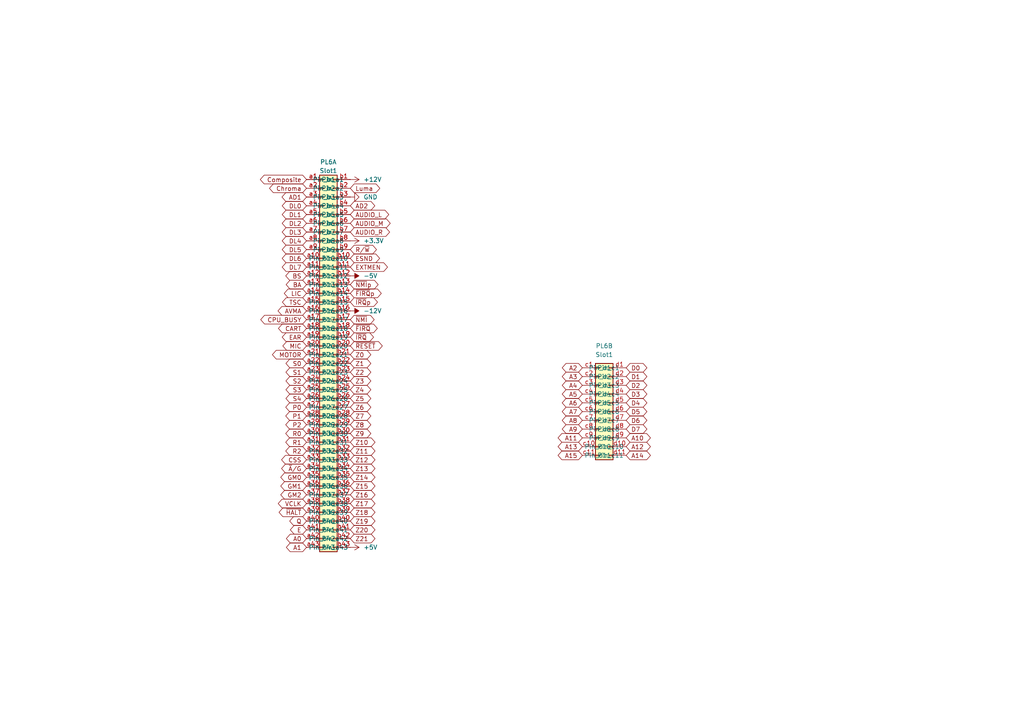
<source format=kicad_sch>
(kicad_sch (version 20231120) (generator "eeschema") (generator_version "8.0")
  (paper "A4")
  (lib_symbols
    (symbol "Card_Edge_1"
      (property "Reference" "PL" (at 0 -0.254 0))
      (symbol "Card_Edge_1_1_1"
        (pin passive line (at -6.35 53.34 0) (length 3.81) (name "Pin_a1") (number "a1"))
        (pin passive line (at -6.35 30.48 0) (length 3.81) (name "Pin_a10") (number "a10"))
        (pin passive line (at -6.35 27.94 0) (length 3.81) (name "Pin_a11") (number "a11"))
        (pin passive line (at -6.35 25.4 0) (length 3.81) (name "Pin_a12") (number "a12"))
        (pin passive line (at -6.35 22.86 0) (length 3.81) (name "Pin_a13") (number "a13"))
        (pin passive line (at -6.35 20.32 0) (length 3.81) (name "Pin_a14") (number "a14"))
        (pin passive line (at -6.35 17.78 0) (length 3.81) (name "Pin_a15") (number "a15"))
        (pin passive line (at -6.35 15.24 0) (length 3.81) (name "Pin_a16") (number "a16"))
        (pin passive line (at -6.35 12.7 0) (length 3.81) (name "Pin_a17") (number "a17"))
        (pin passive line (at -6.35 10.16 0) (length 3.81) (name "Pin_a18") (number "a18"))
        (pin passive line (at -6.35 7.62 0) (length 3.81) (name "Pin_a19") (number "a19"))
        (pin passive line (at -6.35 50.8 0) (length 3.81) (name "Pin_a2") (number "a2"))
        (pin passive line (at -6.35 5.08 0) (length 3.81) (name "Pin_a20") (number "a20"))
        (pin passive line (at -6.35 2.54 0) (length 3.81) (name "Pin_a21") (number "a21"))
        (pin passive line (at -6.35 0 0) (length 3.81) (name "Pin_a22") (number "a22"))
        (pin passive line (at -6.35 -2.54 0) (length 3.81) (name "Pin_a23") (number "a23"))
        (pin passive line (at -6.35 -5.08 0) (length 3.81) (name "Pin_a24") (number "a24"))
        (pin passive line (at -6.35 -7.62 0) (length 3.81) (name "Pin_a25") (number "a25"))
        (pin passive line (at -6.35 -10.16 0) (length 3.81) (name "Pin_a26") (number "a26"))
        (pin passive line (at -6.35 -12.7 0) (length 3.81) (name "Pin_a27") (number "a27"))
        (pin passive line (at -6.35 -15.24 0) (length 3.81) (name "Pin_a28") (number "a28"))
        (pin passive line (at -6.35 -17.78 0) (length 3.81) (name "Pin_a29") (number "a29"))
        (pin passive line (at -6.35 48.26 0) (length 3.81) (name "Pin_a3") (number "a3"))
        (pin passive line (at -6.35 -20.32 0) (length 3.81) (name "Pin_a30") (number "a30"))
        (pin passive line (at -6.35 -22.86 0) (length 3.81) (name "Pin_a31") (number "a31"))
        (pin passive line (at -6.35 -25.4 0) (length 3.81) (name "Pin_a32") (number "a32"))
        (pin passive line (at -6.35 -27.94 0) (length 3.81) (name "Pin_a33") (number "a33"))
        (pin passive line (at -6.35 -30.48 0) (length 3.81) (name "Pin_a34") (number "a34"))
        (pin passive line (at -6.35 -33.02 0) (length 3.81) (name "Pin_a35") (number "a35"))
        (pin passive line (at -6.35 -35.56 0) (length 3.81) (name "Pin_a36") (number "a36"))
        (pin passive line (at -6.35 -38.1 0) (length 3.81) (name "Pin_a37") (number "a37"))
        (pin passive line (at -6.35 -40.64 0) (length 3.81) (name "Pin_a38") (number "a38"))
        (pin passive line (at -6.35 -43.18 0) (length 3.81) (name "Pin_a39") (number "a39"))
        (pin passive line (at -6.35 45.72 0) (length 3.81) (name "Pin_a4") (number "a4"))
        (pin passive line (at -6.35 -45.72 0) (length 3.81) (name "Pin_a40") (number "a40"))
        (pin passive line (at -6.35 -48.26 0) (length 3.81) (name "Pin_a41") (number "a41"))
        (pin passive line (at -6.35 -50.8 0) (length 3.81) (name "Pin_a42") (number "a42"))
        (pin passive line (at -6.35 -53.34 0) (length 3.81) (name "Pin_a43") (number "a43"))
        (pin passive line (at -6.35 43.18 0) (length 3.81) (name "Pin_a5") (number "a5"))
        (pin passive line (at -6.35 40.64 0) (length 3.81) (name "Pin_a6") (number "a6"))
        (pin passive line (at -6.35 38.1 0) (length 3.81) (name "Pin_a7") (number "a7"))
        (pin passive line (at -6.35 35.56 0) (length 3.81) (name "Pin_a8") (number "a8"))
        (pin passive line (at -6.35 33.02 0) (length 3.81) (name "Pin_a9") (number "a9"))
        (pin passive line (at 6.35 53.34 180) (length 3.81) (name "Pin_b1") (number "b1"))
        (pin passive line (at 6.35 30.48 180) (length 3.81) (name "Pin_b10") (number "b10"))
        (pin passive line (at 6.35 27.94 180) (length 3.81) (name "Pin_b11") (number "b11"))
        (pin passive line (at 6.35 25.4 180) (length 3.81) (name "Pin_b12") (number "b12"))
        (pin passive line (at 6.35 22.86 180) (length 3.81) (name "Pin_b13") (number "b13"))
        (pin passive line (at 6.35 20.32 180) (length 3.81) (name "Pin_b14") (number "b14"))
        (pin passive line (at 6.35 17.78 180) (length 3.81) (name "Pin_b15") (number "b15"))
        (pin passive line (at 6.35 15.24 180) (length 3.81) (name "Pin_b16") (number "b16"))
        (pin passive line (at 6.35 12.7 180) (length 3.81) (name "Pin_b17") (number "b17"))
        (pin passive line (at 6.35 10.16 180) (length 3.81) (name "Pin_b18") (number "b18"))
        (pin passive line (at 6.35 7.62 180) (length 3.81) (name "Pin_b19") (number "b19"))
        (pin passive line (at 6.35 50.8 180) (length 3.81) (name "Pin_b2") (number "b2"))
        (pin passive line (at 6.35 5.08 180) (length 3.81) (name "Pin_b20") (number "b20"))
        (pin passive line (at 6.35 2.54 180) (length 3.81) (name "Pin_b21") (number "b21"))
        (pin passive line (at 6.35 0 180) (length 3.81) (name "Pin_b22") (number "b22"))
        (pin passive line (at 6.35 -2.54 180) (length 3.81) (name "Pin_b23") (number "b23"))
        (pin passive line (at 6.35 -5.08 180) (length 3.81) (name "Pin_b24") (number "b24"))
        (pin passive line (at 6.35 -7.62 180) (length 3.81) (name "Pin_b25") (number "b25"))
        (pin passive line (at 6.35 -10.16 180) (length 3.81) (name "Pin_b26") (number "b26"))
        (pin passive line (at 6.35 -12.7 180) (length 3.81) (name "Pin_b27") (number "b27"))
        (pin passive line (at 6.35 -15.24 180) (length 3.81) (name "Pin_b28") (number "b28"))
        (pin passive line (at 6.35 -17.78 180) (length 3.81) (name "Pin_b29") (number "b29"))
        (pin passive line (at 6.35 48.26 180) (length 3.81) (name "Pin_b3") (number "b3"))
        (pin passive line (at 6.35 -20.32 180) (length 3.81) (name "Pin_b30") (number "b30"))
        (pin passive line (at 6.35 -22.86 180) (length 3.81) (name "Pin_b31") (number "b31"))
        (pin passive line (at 6.35 -25.4 180) (length 3.81) (name "Pin_b32") (number "b32"))
        (pin passive line (at 6.35 -27.94 180) (length 3.81) (name "Pin_b33") (number "b33"))
        (pin passive line (at 6.35 -30.48 180) (length 3.81) (name "Pin_b34") (number "b34"))
        (pin passive line (at 6.35 -33.02 180) (length 3.81) (name "Pin_b35") (number "b35"))
        (pin passive line (at 6.35 -35.56 180) (length 3.81) (name "Pin_b36") (number "b36"))
        (pin passive line (at 6.35 -38.1 180) (length 3.81) (name "Pin_b37") (number "b37"))
        (pin passive line (at 6.35 -40.64 180) (length 3.81) (name "Pin_b38") (number "b38"))
        (pin passive line (at 6.35 -43.18 180) (length 3.81) (name "Pin_b39") (number "b39"))
        (pin passive line (at 6.35 45.72 180) (length 3.81) (name "Pin_b4") (number "b4"))
        (pin passive line (at 6.35 -45.72 180) (length 3.81) (name "Pin_b40") (number "b40"))
        (pin passive line (at 6.35 -48.26 180) (length 3.81) (name "Pin_b41") (number "b41"))
        (pin passive line (at 6.35 -50.8 180) (length 3.81) (name "Pin_b42") (number "b42"))
        (pin passive line (at 6.35 -53.34 180) (length 3.81) (name "Pin_b43") (number "b43"))
        (pin passive line (at 6.35 43.18 180) (length 3.81) (name "Pin_b5") (number "b5"))
        (pin passive line (at 6.35 40.64 180) (length 3.81) (name "Pin_b6") (number "b6"))
        (pin passive line (at 6.35 38.1 180) (length 3.81) (name "Pin_b7") (number "b7"))
        (pin passive line (at 6.35 35.56 180) (length 3.81) (name "Pin_b8") (number "b8"))
        (pin passive line (at 6.35 33.02 180) (length 3.81) (name "Pin_b9") (number "b9"))
      )
      (symbol "Card_Edge_1_2_1"
        (pin passive line (at -6.35 12.7 0) (length 3.81) (name "Pin_c1") (number "c1"))
        (pin passive line (at -6.35 -10.16 0) (length 3.81) (name "Pin_c10") (number "c10"))
        (pin passive line (at -6.35 -12.7 0) (length 3.81) (name "Pin_c11") (number "c11"))
        (pin passive line (at -6.35 10.16 0) (length 3.81) (name "Pin_c2") (number "c2"))
        (pin passive line (at -6.35 7.62 0) (length 3.81) (name "Pin_c3") (number "c3"))
        (pin passive line (at -6.35 5.08 0) (length 3.81) (name "Pin_c4") (number "c4"))
        (pin passive line (at -6.35 2.54 0) (length 3.81) (name "Pin_c5") (number "c5"))
        (pin passive line (at -6.35 0 0) (length 3.81) (name "Pin_c6") (number "c6"))
        (pin passive line (at -6.35 -2.54 0) (length 3.81) (name "Pin_c7") (number "c7"))
        (pin passive line (at -6.35 -5.08 0) (length 3.81) (name "Pin_c8") (number "c8"))
        (pin passive line (at -6.35 -7.62 0) (length 3.81) (name "Pin_c9") (number "c9"))
        (pin passive line (at 6.35 12.7 180) (length 3.81) (name "Pin_d1") (number "d1"))
        (pin passive line (at 6.35 -10.16 180) (length 3.81) (name "Pin_d10") (number "d10"))
        (pin passive line (at 6.35 -12.7 180) (length 3.81) (name "Pin_d11") (number "d11"))
        (pin passive line (at 6.35 10.16 180) (length 3.81) (name "Pin_d2") (number "d2"))
        (pin passive line (at 6.35 7.62 180) (length 3.81) (name "Pin_d3") (number "d3"))
        (pin passive line (at 6.35 5.08 180) (length 3.81) (name "Pin_d4") (number "d4"))
        (pin passive line (at 6.35 2.54 180) (length 3.81) (name "Pin_d5") (number "d5"))
        (pin passive line (at 6.35 0 180) (length 3.81) (name "Pin_d6") (number "d6"))
        (pin passive line (at 6.35 -2.54 180) (length 3.81) (name "Pin_d7") (number "d7"))
        (pin passive line (at 6.35 -5.08 180) (length 3.81) (name "Pin_d8") (number "d8"))
        (pin passive line (at 6.35 -7.62 180) (length 3.81) (name "Pin_d9") (number "d9"))
      )
    )
    (symbol "Library:Card_Edge"
      (property "Reference" "PL" (at 0 -0.254 0))
      (symbol "Card_Edge_1_1"
        (pin passive line (at -6.35 53.34 0) (length 3.81) (name "Pin_a1") (number "a1"))
        (pin passive line (at -6.35 30.48 0) (length 3.81) (name "Pin_a10") (number "a10"))
        (pin passive line (at -6.35 27.94 0) (length 3.81) (name "Pin_a11") (number "a11"))
        (pin passive line (at -6.35 25.4 0) (length 3.81) (name "Pin_a12") (number "a12"))
        (pin passive line (at -6.35 22.86 0) (length 3.81) (name "Pin_a13") (number "a13"))
        (pin passive line (at -6.35 20.32 0) (length 3.81) (name "Pin_a14") (number "a14"))
        (pin passive line (at -6.35 17.78 0) (length 3.81) (name "Pin_a15") (number "a15"))
        (pin passive line (at -6.35 15.24 0) (length 3.81) (name "Pin_a16") (number "a16"))
        (pin passive line (at -6.35 12.7 0) (length 3.81) (name "Pin_a17") (number "a17"))
        (pin passive line (at -6.35 10.16 0) (length 3.81) (name "Pin_a18") (number "a18"))
        (pin passive line (at -6.35 7.62 0) (length 3.81) (name "Pin_a19") (number "a19"))
        (pin passive line (at -6.35 50.8 0) (length 3.81) (name "Pin_a2") (number "a2"))
        (pin passive line (at -6.35 5.08 0) (length 3.81) (name "Pin_a20") (number "a20"))
        (pin passive line (at -6.35 2.54 0) (length 3.81) (name "Pin_a21") (number "a21"))
        (pin passive line (at -6.35 0 0) (length 3.81) (name "Pin_a22") (number "a22"))
        (pin passive line (at -6.35 -2.54 0) (length 3.81) (name "Pin_a23") (number "a23"))
        (pin passive line (at -6.35 -5.08 0) (length 3.81) (name "Pin_a24") (number "a24"))
        (pin passive line (at -6.35 -7.62 0) (length 3.81) (name "Pin_a25") (number "a25"))
        (pin passive line (at -6.35 -10.16 0) (length 3.81) (name "Pin_a26") (number "a26"))
        (pin passive line (at -6.35 -12.7 0) (length 3.81) (name "Pin_a27") (number "a27"))
        (pin passive line (at -6.35 -15.24 0) (length 3.81) (name "Pin_a28") (number "a28"))
        (pin passive line (at -6.35 -17.78 0) (length 3.81) (name "Pin_a29") (number "a29"))
        (pin passive line (at -6.35 48.26 0) (length 3.81) (name "Pin_a3") (number "a3"))
        (pin passive line (at -6.35 -20.32 0) (length 3.81) (name "Pin_a30") (number "a30"))
        (pin passive line (at -6.35 -22.86 0) (length 3.81) (name "Pin_a31") (number "a31"))
        (pin passive line (at -6.35 -25.4 0) (length 3.81) (name "Pin_a32") (number "a32"))
        (pin passive line (at -6.35 -27.94 0) (length 3.81) (name "Pin_a33") (number "a33"))
        (pin passive line (at -6.35 -30.48 0) (length 3.81) (name "Pin_a34") (number "a34"))
        (pin passive line (at -6.35 -33.02 0) (length 3.81) (name "Pin_a35") (number "a35"))
        (pin passive line (at -6.35 -35.56 0) (length 3.81) (name "Pin_a36") (number "a36"))
        (pin passive line (at -6.35 -38.1 0) (length 3.81) (name "Pin_a37") (number "a37"))
        (pin passive line (at -6.35 -40.64 0) (length 3.81) (name "Pin_a38") (number "a38"))
        (pin passive line (at -6.35 -43.18 0) (length 3.81) (name "Pin_a39") (number "a39"))
        (pin passive line (at -6.35 45.72 0) (length 3.81) (name "Pin_a4") (number "a4"))
        (pin passive line (at -6.35 -45.72 0) (length 3.81) (name "Pin_a40") (number "a40"))
        (pin passive line (at -6.35 -48.26 0) (length 3.81) (name "Pin_a41") (number "a41"))
        (pin passive line (at -6.35 -50.8 0) (length 3.81) (name "Pin_a42") (number "a42"))
        (pin passive line (at -6.35 -53.34 0) (length 3.81) (name "Pin_a43") (number "a43"))
        (pin passive line (at -6.35 43.18 0) (length 3.81) (name "Pin_a5") (number "a5"))
        (pin passive line (at -6.35 40.64 0) (length 3.81) (name "Pin_a6") (number "a6"))
        (pin passive line (at -6.35 38.1 0) (length 3.81) (name "Pin_a7") (number "a7"))
        (pin passive line (at -6.35 35.56 0) (length 3.81) (name "Pin_a8") (number "a8"))
        (pin passive line (at -6.35 33.02 0) (length 3.81) (name "Pin_a9") (number "a9"))
        (pin passive line (at 6.35 53.34 180) (length 3.81) (name "Pin_b1") (number "b1"))
        (pin passive line (at 6.35 30.48 180) (length 3.81) (name "Pin_b10") (number "b10"))
        (pin passive line (at 6.35 27.94 180) (length 3.81) (name "Pin_b11") (number "b11"))
        (pin passive line (at 6.35 25.4 180) (length 3.81) (name "Pin_b12") (number "b12"))
        (pin passive line (at 6.35 22.86 180) (length 3.81) (name "Pin_b13") (number "b13"))
        (pin passive line (at 6.35 20.32 180) (length 3.81) (name "Pin_b14") (number "b14"))
        (pin passive line (at 6.35 17.78 180) (length 3.81) (name "Pin_b15") (number "b15"))
        (pin passive line (at 6.35 15.24 180) (length 3.81) (name "Pin_b16") (number "b16"))
        (pin passive line (at 6.35 12.7 180) (length 3.81) (name "Pin_b17") (number "b17"))
        (pin passive line (at 6.35 10.16 180) (length 3.81) (name "Pin_b18") (number "b18"))
        (pin passive line (at 6.35 7.62 180) (length 3.81) (name "Pin_b19") (number "b19"))
        (pin passive line (at 6.35 50.8 180) (length 3.81) (name "Pin_b2") (number "b2"))
        (pin passive line (at 6.35 5.08 180) (length 3.81) (name "Pin_b20") (number "b20"))
        (pin passive line (at 6.35 2.54 180) (length 3.81) (name "Pin_b21") (number "b21"))
        (pin passive line (at 6.35 0 180) (length 3.81) (name "Pin_b22") (number "b22"))
        (pin passive line (at 6.35 -2.54 180) (length 3.81) (name "Pin_b23") (number "b23"))
        (pin passive line (at 6.35 -5.08 180) (length 3.81) (name "Pin_b24") (number "b24"))
        (pin passive line (at 6.35 -7.62 180) (length 3.81) (name "Pin_b25") (number "b25"))
        (pin passive line (at 6.35 -10.16 180) (length 3.81) (name "Pin_b26") (number "b26"))
        (pin passive line (at 6.35 -12.7 180) (length 3.81) (name "Pin_b27") (number "b27"))
        (pin passive line (at 6.35 -15.24 180) (length 3.81) (name "Pin_b28") (number "b28"))
        (pin passive line (at 6.35 -17.78 180) (length 3.81) (name "Pin_b29") (number "b29"))
        (pin passive line (at 6.35 48.26 180) (length 3.81) (name "Pin_b3") (number "b3"))
        (pin passive line (at 6.35 -20.32 180) (length 3.81) (name "Pin_b30") (number "b30"))
        (pin passive line (at 6.35 -22.86 180) (length 3.81) (name "Pin_b31") (number "b31"))
        (pin passive line (at 6.35 -25.4 180) (length 3.81) (name "Pin_b32") (number "b32"))
        (pin passive line (at 6.35 -27.94 180) (length 3.81) (name "Pin_b33") (number "b33"))
        (pin passive line (at 6.35 -30.48 180) (length 3.81) (name "Pin_b34") (number "b34"))
        (pin passive line (at 6.35 -33.02 180) (length 3.81) (name "Pin_b35") (number "b35"))
        (pin passive line (at 6.35 -35.56 180) (length 3.81) (name "Pin_b36") (number "b36"))
        (pin passive line (at 6.35 -38.1 180) (length 3.81) (name "Pin_b37") (number "b37"))
        (pin passive line (at 6.35 -40.64 180) (length 3.81) (name "Pin_b38") (number "b38"))
        (pin passive line (at 6.35 -43.18 180) (length 3.81) (name "Pin_b39") (number "b39"))
        (pin passive line (at 6.35 45.72 180) (length 3.81) (name "Pin_b4") (number "b4"))
        (pin passive line (at 6.35 -45.72 180) (length 3.81) (name "Pin_b40") (number "b40"))
        (pin passive line (at 6.35 -48.26 180) (length 3.81) (name "Pin_b41") (number "b41"))
        (pin passive line (at 6.35 -50.8 180) (length 3.81) (name "Pin_b42") (number "b42"))
        (pin passive line (at 6.35 -53.34 180) (length 3.81) (name "Pin_b43") (number "b43"))
        (pin passive line (at 6.35 43.18 180) (length 3.81) (name "Pin_b5") (number "b5"))
        (pin passive line (at 6.35 40.64 180) (length 3.81) (name "Pin_b6") (number "b6"))
        (pin passive line (at 6.35 38.1 180) (length 3.81) (name "Pin_b7") (number "b7"))
        (pin passive line (at 6.35 35.56 180) (length 3.81) (name "Pin_b8") (number "b8"))
        (pin passive line (at 6.35 33.02 180) (length 3.81) (name "Pin_b9") (number "b9"))
      )
      (symbol "Card_Edge_2_1"
        (pin passive line (at -6.35 36.83 0) (length 3.81) (name "Pin_c1") (number "c1"))
        (pin passive line (at -6.35 13.97 0) (length 3.81) (name "Pin_c10") (number "c10"))
        (pin passive line (at -6.35 11.43 0) (length 3.81) (name "Pin_c11") (number "c11"))
        (pin passive line (at -6.35 8.89 0) (length 3.81) (name "Pin_c12") (number "c12"))
        (pin passive line (at -6.35 6.35 0) (length 3.81) (name "Pin_c13") (number "c13"))
        (pin passive line (at -6.35 3.81 0) (length 3.81) (name "Pin_c14") (number "c14"))
        (pin passive line (at -6.35 1.27 0) (length 3.81) (name "Pin_c15") (number "c15"))
        (pin passive line (at -6.35 -1.27 0) (length 3.81) (name "Pin_c16") (number "c16"))
        (pin passive line (at -6.35 -3.81 0) (length 3.81) (name "Pin_c17") (number "c17"))
        (pin passive line (at -6.35 -6.35 0) (length 3.81) (name "Pin_c18") (number "c18"))
        (pin passive line (at -6.35 -8.89 0) (length 3.81) (name "Pin_c19") (number "c19"))
        (pin passive line (at -6.35 34.29 0) (length 3.81) (name "Pin_c2") (number "c2"))
        (pin passive line (at -6.35 -11.43 0) (length 3.81) (name "Pin_c20") (number "c20"))
        (pin passive line (at -6.35 -13.97 0) (length 3.81) (name "Pin_c21") (number "c21"))
        (pin passive line (at -6.35 -16.51 0) (length 3.81) (name "Pin_c22") (number "c22"))
        (pin passive line (at -6.35 -19.05 0) (length 3.81) (name "Pin_c23") (number "c23"))
        (pin passive line (at -6.35 -21.59 0) (length 3.81) (name "Pin_c24") (number "c24"))
        (pin passive line (at -6.35 -24.13 0) (length 3.81) (name "Pin_c25") (number "c25"))
        (pin passive line (at -6.35 -26.67 0) (length 3.81) (name "Pin_c26") (number "c26"))
        (pin passive line (at -6.35 -29.21 0) (length 3.81) (name "Pin_c27") (number "c27"))
        (pin passive line (at -6.35 -31.75 0) (length 3.81) (name "Pin_c28") (number "c28"))
        (pin passive line (at -6.35 -34.29 0) (length 3.81) (name "Pin_c29") (number "c29"))
        (pin passive line (at -6.35 31.75 0) (length 3.81) (name "Pin_c3") (number "c3"))
        (pin passive line (at -6.35 -36.83 0) (length 3.81) (name "Pin_c30") (number "c30"))
        (pin passive line (at -6.35 29.21 0) (length 3.81) (name "Pin_c4") (number "c4"))
        (pin passive line (at -6.35 26.67 0) (length 3.81) (name "Pin_c5") (number "c5"))
        (pin passive line (at -6.35 24.13 0) (length 3.81) (name "Pin_c6") (number "c6"))
        (pin passive line (at -6.35 21.59 0) (length 3.81) (name "Pin_c7") (number "c7"))
        (pin passive line (at -6.35 19.05 0) (length 3.81) (name "Pin_c8") (number "c8"))
        (pin passive line (at -6.35 16.51 0) (length 3.81) (name "Pin_c9") (number "c9"))
        (pin passive line (at 6.35 36.83 180) (length 3.81) (name "Pin_d1") (number "d1"))
        (pin passive line (at 6.35 13.97 180) (length 3.81) (name "Pin_d10") (number "d10"))
        (pin passive line (at 6.35 11.43 180) (length 3.81) (name "Pin_d11") (number "d11"))
        (pin passive line (at 6.35 8.89 180) (length 3.81) (name "Pin_d12") (number "d12"))
        (pin passive line (at 6.35 6.35 180) (length 3.81) (name "Pin_d13") (number "d13"))
        (pin passive line (at 6.35 3.81 180) (length 3.81) (name "Pin_d14") (number "d14"))
        (pin passive line (at 6.35 1.27 180) (length 3.81) (name "Pin_d15") (number "d15"))
        (pin passive line (at 6.35 -1.27 180) (length 3.81) (name "Pin_d16") (number "d16"))
        (pin passive line (at 6.35 -3.81 180) (length 3.81) (name "Pin_d17") (number "d17"))
        (pin passive line (at 6.35 -6.35 180) (length 3.81) (name "Pin_d18") (number "d18"))
        (pin passive line (at 6.35 -8.89 180) (length 3.81) (name "Pin_d19") (number "d19"))
        (pin passive line (at 6.35 34.29 180) (length 3.81) (name "Pin_d2") (number "d2"))
        (pin passive line (at 6.35 -11.43 180) (length 3.81) (name "Pin_d20") (number "d20"))
        (pin passive line (at 6.35 -13.97 180) (length 3.81) (name "Pin_d21") (number "d21"))
        (pin passive line (at 6.35 -16.51 180) (length 3.81) (name "Pin_d22") (number "d22"))
        (pin passive line (at 6.35 -19.05 180) (length 3.81) (name "Pin_d23") (number "d23"))
        (pin passive line (at 6.35 -21.59 180) (length 3.81) (name "Pin_d24") (number "d24"))
        (pin passive line (at 6.35 -24.13 180) (length 3.81) (name "Pin_d25") (number "d25"))
        (pin passive line (at 6.35 -26.67 180) (length 3.81) (name "Pin_d26") (number "d26"))
        (pin passive line (at 6.35 -29.21 180) (length 3.81) (name "Pin_d27") (number "d27"))
        (pin passive line (at 6.35 -31.75 180) (length 3.81) (name "Pin_d28") (number "d28"))
        (pin passive line (at 6.35 -34.29 180) (length 3.81) (name "Pin_d29") (number "d29"))
        (pin passive line (at 6.35 31.75 180) (length 3.81) (name "Pin_d3") (number "d3"))
        (pin passive line (at 6.35 -36.83 180) (length 3.81) (name "Pin_d30") (number "d30"))
        (pin passive line (at 6.35 29.21 180) (length 3.81) (name "Pin_d4") (number "d4"))
        (pin passive line (at 6.35 26.67 180) (length 3.81) (name "Pin_d5") (number "d5"))
        (pin passive line (at 6.35 24.13 180) (length 3.81) (name "Pin_d6") (number "d6"))
        (pin passive line (at 6.35 21.59 180) (length 3.81) (name "Pin_d7") (number "d7"))
        (pin passive line (at 6.35 19.05 180) (length 3.81) (name "Pin_d8") (number "d8"))
        (pin passive line (at 6.35 16.51 180) (length 3.81) (name "Pin_d9") (number "d9"))
      )
    )
    (symbol "power:+12V" (power) (pin_numbers hide) (pin_names (offset 0) hide)
      (property "Value" "+12V" (at 0 3.556 0))
      (symbol "+12V_1_1"
        (pin power_in line (at 0 0 90) (length 0) (name "~") (number "1"))
      )
    )
    (symbol "power:+3.3V" (power) (pin_numbers hide) (pin_names (offset 0) hide)
      (property "Value" "+3.3V" (at 0 3.556 0))
      (symbol "+3.3V_1_1"
        (pin power_in line (at 0 0 90) (length 0) (name "~") (number "1"))
      )
    )
    (symbol "power:+5V" (power) (pin_numbers hide) (pin_names (offset 0) hide)
      (property "Value" "+5V" (at 0 3.556 0))
      (symbol "+5V_1_1"
        (pin power_in line (at 0 0 90) (length 0) (name "~") (number "1"))
      )
    )
    (symbol "power:-12V" (power) (pin_numbers hide) (pin_names (offset 0) hide)
      (property "Value" "-12V" (at 0 3.556 0))
      (symbol "-12V_0_0"
        (pin power_in line (at 0 0 90) (length 0) (name "~") (number "1"))
      )
    )
    (symbol "power:-5V" (power) (pin_numbers hide) (pin_names (offset 0) hide)
      (property "Value" "-5V" (at 0 3.556 0))
      (symbol "-5V_0_0"
        (pin power_in line (at 0 0 90) (length 0) (name "~") (number "1"))
      )
    )
    (symbol "power:GND" (power) (pin_numbers hide) (pin_names (offset 0) hide)
      (property "Value" "GND" (at 0 -3.81 0))
      (symbol "GND_1_1"
        (pin power_in line (at 0 0 270) (length 0) (name "~") (number "1"))
      )
    )
  )
  (global_label "BA" (shape bidirectional) (at 88.9 82.55 180) (property "Intersheetrefs" "${INTERSHEET_REFS}" (effects (hide yes))))
  (global_label "R1" (shape bidirectional) (at 88.9 128.27 180) (property "Intersheetrefs" "${INTERSHEET_REFS}" (effects (hide yes))))
  (global_label "DL2" (shape bidirectional) (at 88.9 64.77 180) (property "Intersheetrefs" "${INTERSHEET_REFS}" (effects (hide yes))))
  (global_label "Z17" (shape bidirectional) (at 101.6 146.05 0) (property "Intersheetrefs" "${INTERSHEET_REFS}" (effects (hide yes))))
  (global_label "Z16" (shape bidirectional) (at 101.6 143.51 0) (property "Intersheetrefs" "${INTERSHEET_REFS}" (effects (hide yes))))
  (global_label "S0" (shape bidirectional) (at 88.9 105.41 180) (property "Intersheetrefs" "${INTERSHEET_REFS}" (effects (hide yes))))
  (global_label "MOTOR" (shape bidirectional) (at 88.9 102.87 180) (property "Intersheetrefs" "${INTERSHEET_REFS}" (effects (hide yes))))
  (global_label "A6" (shape bidirectional) (at 168.91 116.84 180) (property "Intersheetrefs" "${INTERSHEET_REFS}" (effects (hide yes))))
  (global_label "EXTMEN" (shape bidirectional) (at 101.6 77.47 0) (property "Intersheetrefs" "${INTERSHEET_REFS}" (effects (hide yes))))
  (global_label "P2" (shape bidirectional) (at 88.9 123.19 180) (property "Intersheetrefs" "${INTERSHEET_REFS}" (effects (hide yes))))
  (global_label "S3" (shape bidirectional) (at 88.9 113.03 180) (property "Intersheetrefs" "${INTERSHEET_REFS}" (effects (hide yes))))
  (global_label "~{NMI}" (shape bidirectional) (at 101.6 92.71 0) (property "Intersheetrefs" "${INTERSHEET_REFS}" (effects (hide yes))))
  (global_label "A2" (shape bidirectional) (at 168.91 106.68 180) (property "Intersheetrefs" "${INTERSHEET_REFS}" (effects (hide yes))))
  (global_label "~{HALT}" (shape bidirectional) (at 88.9 148.59 180) (property "Intersheetrefs" "${INTERSHEET_REFS}" (effects (hide yes))))
  (global_label "A8" (shape bidirectional) (at 168.91 121.92 180) (property "Intersheetrefs" "${INTERSHEET_REFS}" (effects (hide yes))))
  (global_label "A11" (shape bidirectional) (at 168.91 127 180) (property "Intersheetrefs" "${INTERSHEET_REFS}" (effects (hide yes))))
  (global_label "A1" (shape bidirectional) (at 88.9 158.75 180) (property "Intersheetrefs" "${INTERSHEET_REFS}" (effects (hide yes))))
  (global_label "A10" (shape bidirectional) (at 181.61 127 0) (property "Intersheetrefs" "${INTERSHEET_REFS}" (effects (hide yes))))
  (global_label "AD1" (shape bidirectional) (at 88.9 57.15 180) (property "Intersheetrefs" "${INTERSHEET_REFS}" (effects (hide yes))))
  (global_label "Z13" (shape bidirectional) (at 101.6 135.89 0) (property "Intersheetrefs" "${INTERSHEET_REFS}" (effects (hide yes))))
  (global_label "R0" (shape bidirectional) (at 88.9 125.73 180) (property "Intersheetrefs" "${INTERSHEET_REFS}" (effects (hide yes))))
  (global_label "~{IRQ}" (shape bidirectional) (at 101.6 97.79 0) (property "Intersheetrefs" "${INTERSHEET_REFS}" (effects (hide yes))))
  (global_label "TSC" (shape bidirectional) (at 88.9 87.63 180) (property "Intersheetrefs" "${INTERSHEET_REFS}" (effects (hide yes))))
  (global_label "Z7" (shape bidirectional) (at 101.6 120.65 0) (property "Intersheetrefs" "${INTERSHEET_REFS}" (effects (hide yes))))
  (global_label "S1" (shape bidirectional) (at 88.9 107.95 180) (property "Intersheetrefs" "${INTERSHEET_REFS}" (effects (hide yes))))
  (global_label "R{slash}~{W}" (shape bidirectional) (at 101.6 72.39 0) (property "Intersheetrefs" "${INTERSHEET_REFS}" (effects (hide yes))))
  (global_label "Z5" (shape bidirectional) (at 101.6 115.57 0) (property "Intersheetrefs" "${INTERSHEET_REFS}" (effects (hide yes))))
  (global_label "Z8" (shape bidirectional) (at 101.6 123.19 0) (property "Intersheetrefs" "${INTERSHEET_REFS}" (effects (hide yes))))
  (global_label "A5" (shape bidirectional) (at 168.91 114.3 180) (property "Intersheetrefs" "${INTERSHEET_REFS}" (effects (hide yes))))
  (global_label "A9" (shape bidirectional) (at 168.91 124.46 180) (property "Intersheetrefs" "${INTERSHEET_REFS}" (effects (hide yes))))
  (global_label "Z4" (shape bidirectional) (at 101.6 113.03 0) (property "Intersheetrefs" "${INTERSHEET_REFS}" (effects (hide yes))))
  (global_label "AVMA" (shape bidirectional) (at 88.9 90.17 180) (property "Intersheetrefs" "${INTERSHEET_REFS}" (effects (hide yes))))
  (global_label "Z2" (shape bidirectional) (at 101.6 107.95 0) (property "Intersheetrefs" "${INTERSHEET_REFS}" (effects (hide yes))))
  (global_label "Z6" (shape bidirectional) (at 101.6 118.11 0) (property "Intersheetrefs" "${INTERSHEET_REFS}" (effects (hide yes))))
  (global_label "Z14" (shape bidirectional) (at 101.6 138.43 0) (property "Intersheetrefs" "${INTERSHEET_REFS}" (effects (hide yes))))
  (global_label "CSS" (shape bidirectional) (at 88.9 133.35 180) (property "Intersheetrefs" "${INTERSHEET_REFS}" (effects (hide yes))))
  (global_label "S4" (shape bidirectional) (at 88.9 115.57 180) (property "Intersheetrefs" "${INTERSHEET_REFS}" (effects (hide yes))))
  (global_label "VCLK" (shape bidirectional) (at 88.9 146.05 180) (property "Intersheetrefs" "${INTERSHEET_REFS}" (effects (hide yes))))
  (global_label "AUDIO_R" (shape bidirectional) (at 101.6 67.31 0) (property "Intersheetrefs" "${INTERSHEET_REFS}" (effects (hide yes))))
  (global_label "CART" (shape bidirectional) (at 88.9 95.25 180) (property "Intersheetrefs" "${INTERSHEET_REFS}" (effects (hide yes))))
  (global_label "D0" (shape bidirectional) (at 181.61 106.68 0) (property "Intersheetrefs" "${INTERSHEET_REFS}" (effects (hide yes))))
  (global_label "S2" (shape bidirectional) (at 88.9 110.49 180) (property "Intersheetrefs" "${INTERSHEET_REFS}" (effects (hide yes))))
  (global_label "Z20" (shape bidirectional) (at 101.6 153.67 0) (property "Intersheetrefs" "${INTERSHEET_REFS}" (effects (hide yes))))
  (global_label "A15" (shape bidirectional) (at 168.91 132.08 180) (property "Intersheetrefs" "${INTERSHEET_REFS}" (effects (hide yes))))
  (global_label "P0" (shape bidirectional) (at 88.9 118.11 180) (property "Intersheetrefs" "${INTERSHEET_REFS}" (effects (hide yes))))
  (global_label "DL5" (shape bidirectional) (at 88.9 72.39 180) (property "Intersheetrefs" "${INTERSHEET_REFS}" (effects (hide yes))))
  (global_label "ESND" (shape bidirectional) (at 101.6 74.93 0) (property "Intersheetrefs" "${INTERSHEET_REFS}" (effects (hide yes))))
  (global_label "A14" (shape bidirectional) (at 181.61 132.08 0) (property "Intersheetrefs" "${INTERSHEET_REFS}" (effects (hide yes))))
  (global_label "P1" (shape bidirectional) (at 88.9 120.65 180) (property "Intersheetrefs" "${INTERSHEET_REFS}" (effects (hide yes))))
  (global_label "Z11" (shape bidirectional) (at 101.6 130.81 0) (property "Intersheetrefs" "${INTERSHEET_REFS}" (effects (hide yes))))
  (global_label "Z10" (shape bidirectional) (at 101.6 128.27 0) (property "Intersheetrefs" "${INTERSHEET_REFS}" (effects (hide yes))))
  (global_label "A12" (shape bidirectional) (at 181.61 129.54 0) (property "Intersheetrefs" "${INTERSHEET_REFS}" (effects (hide yes))))
  (global_label "D2" (shape bidirectional) (at 181.61 111.76 0) (property "Intersheetrefs" "${INTERSHEET_REFS}" (effects (hide yes))))
  (global_label "GM2" (shape bidirectional) (at 88.9 143.51 180) (property "Intersheetrefs" "${INTERSHEET_REFS}" (effects (hide yes))))
  (global_label "DL7" (shape bidirectional) (at 88.9 77.47 180) (property "Intersheetrefs" "${INTERSHEET_REFS}" (effects (hide yes))))
  (global_label "GM0" (shape bidirectional) (at 88.9 138.43 180) (property "Intersheetrefs" "${INTERSHEET_REFS}" (effects (hide yes))))
  (global_label "~{FIRQ}p" (shape bidirectional) (at 101.6 85.09 0) (property "Intersheetrefs" "${INTERSHEET_REFS}" (effects (hide yes))))
  (global_label "R2" (shape bidirectional) (at 88.9 130.81 180) (property "Intersheetrefs" "${INTERSHEET_REFS}" (effects (hide yes))))
  (global_label "~{IRQ}p" (shape bidirectional) (at 101.6 87.63 0) (property "Intersheetrefs" "${INTERSHEET_REFS}" (effects (hide yes))))
  (global_label "DL1" (shape bidirectional) (at 88.9 62.23 180) (property "Intersheetrefs" "${INTERSHEET_REFS}" (effects (hide yes))))
  (global_label "D4" (shape bidirectional) (at 181.61 116.84 0) (property "Intersheetrefs" "${INTERSHEET_REFS}" (effects (hide yes))))
  (global_label "BS" (shape bidirectional) (at 88.9 80.01 180) (property "Intersheetrefs" "${INTERSHEET_REFS}" (effects (hide yes))))
  (global_label "DL4" (shape bidirectional) (at 88.9 69.85 180) (property "Intersheetrefs" "${INTERSHEET_REFS}" (effects (hide yes))))
  (global_label "A13" (shape bidirectional) (at 168.91 129.54 180) (property "Intersheetrefs" "${INTERSHEET_REFS}" (effects (hide yes))))
  (global_label "Z18" (shape bidirectional) (at 101.6 148.59 0) (property "Intersheetrefs" "${INTERSHEET_REFS}" (effects (hide yes))))
  (global_label "Z12" (shape bidirectional) (at 101.6 133.35 0) (property "Intersheetrefs" "${INTERSHEET_REFS}" (effects (hide yes))))
  (global_label "Z15" (shape bidirectional) (at 101.6 140.97 0) (property "Intersheetrefs" "${INTERSHEET_REFS}" (effects (hide yes))))
  (global_label "A7" (shape bidirectional) (at 168.91 119.38 180) (property "Intersheetrefs" "${INTERSHEET_REFS}" (effects (hide yes))))
  (global_label "AUDIO_L" (shape bidirectional) (at 101.6 62.23 0) (property "Intersheetrefs" "${INTERSHEET_REFS}" (effects (hide yes))))
  (global_label "D3" (shape bidirectional) (at 181.61 114.3 0) (property "Intersheetrefs" "${INTERSHEET_REFS}" (effects (hide yes))))
  (global_label "Z0" (shape bidirectional) (at 101.6 102.87 0) (property "Intersheetrefs" "${INTERSHEET_REFS}" (effects (hide yes))))
  (global_label "AD2" (shape bidirectional) (at 101.6 59.69 0) (property "Intersheetrefs" "${INTERSHEET_REFS}" (effects (hide yes))))
  (global_label "Z19" (shape bidirectional) (at 101.6 151.13 0) (property "Intersheetrefs" "${INTERSHEET_REFS}" (effects (hide yes))))
  (global_label "CPU_BUSY" (shape bidirectional) (at 88.9 92.71 180) (property "Intersheetrefs" "${INTERSHEET_REFS}" (effects (hide yes))))
  (global_label "~{FIRQ}" (shape bidirectional) (at 101.6 95.25 0) (property "Intersheetrefs" "${INTERSHEET_REFS}" (effects (hide yes))))
  (global_label "Z1" (shape bidirectional) (at 101.6 105.41 0) (property "Intersheetrefs" "${INTERSHEET_REFS}" (effects (hide yes))))
  (global_label "Luma" (shape bidirectional) (at 101.6 54.61 0) (property "Intersheetrefs" "${INTERSHEET_REFS}" (effects (hide yes))))
  (global_label "MIC" (shape bidirectional) (at 88.9 100.33 180) (property "Intersheetrefs" "${INTERSHEET_REFS}" (effects (hide yes))))
  (global_label "Chroma" (shape bidirectional) (at 88.9 54.61 180) (property "Intersheetrefs" "${INTERSHEET_REFS}" (effects (hide yes))))
  (global_label "E" (shape bidirectional) (at 88.9 153.67 180) (property "Intersheetrefs" "${INTERSHEET_REFS}" (effects (hide yes))))
  (global_label "GM1" (shape bidirectional) (at 88.9 140.97 180) (property "Intersheetrefs" "${INTERSHEET_REFS}" (effects (hide yes))))
  (global_label "D7" (shape bidirectional) (at 181.61 124.46 0) (property "Intersheetrefs" "${INTERSHEET_REFS}" (effects (hide yes))))
  (global_label "Z21" (shape bidirectional) (at 101.6 156.21 0) (property "Intersheetrefs" "${INTERSHEET_REFS}" (effects (hide yes))))
  (global_label "A3" (shape bidirectional) (at 168.91 109.22 180) (property "Intersheetrefs" "${INTERSHEET_REFS}" (effects (hide yes))))
  (global_label "Z9" (shape bidirectional) (at 101.6 125.73 0) (property "Intersheetrefs" "${INTERSHEET_REFS}" (effects (hide yes))))
  (global_label "A4" (shape bidirectional) (at 168.91 111.76 180) (property "Intersheetrefs" "${INTERSHEET_REFS}" (effects (hide yes))))
  (global_label "~{A}{slash}G" (shape bidirectional) (at 88.9 135.89 180) (property "Intersheetrefs" "${INTERSHEET_REFS}" (effects (hide yes))))
  (global_label "EAR" (shape bidirectional) (at 88.9 97.79 180) (property "Intersheetrefs" "${INTERSHEET_REFS}" (effects (hide yes))))
  (global_label "Composite" (shape bidirectional) (at 88.9 52.07 180) (property "Intersheetrefs" "${INTERSHEET_REFS}" (effects (hide yes))))
  (global_label "D5" (shape bidirectional) (at 181.61 119.38 0) (property "Intersheetrefs" "${INTERSHEET_REFS}" (effects (hide yes))))
  (global_label "DL3" (shape bidirectional) (at 88.9 67.31 180) (property "Intersheetrefs" "${INTERSHEET_REFS}" (effects (hide yes))))
  (global_label "D6" (shape bidirectional) (at 181.61 121.92 0) (property "Intersheetrefs" "${INTERSHEET_REFS}" (effects (hide yes))))
  (global_label "~{NMI}p" (shape bidirectional) (at 101.6 82.55 0) (property "Intersheetrefs" "${INTERSHEET_REFS}" (effects (hide yes))))
  (global_label "DL6" (shape bidirectional) (at 88.9 74.93 180) (property "Intersheetrefs" "${INTERSHEET_REFS}" (effects (hide yes))))
  (global_label "A0" (shape bidirectional) (at 88.9 156.21 180) (property "Intersheetrefs" "${INTERSHEET_REFS}" (effects (hide yes))))
  (global_label "~{RESET}" (shape bidirectional) (at 101.6 100.33 0) (property "Intersheetrefs" "${INTERSHEET_REFS}" (effects (hide yes))))
  (global_label "DL0" (shape bidirectional) (at 88.9 59.69 180) (property "Intersheetrefs" "${INTERSHEET_REFS}" (effects (hide yes))))
  (global_label "AUDIO_M" (shape bidirectional) (at 101.6 64.77 0) (property "Intersheetrefs" "${INTERSHEET_REFS}" (effects (hide yes))))
  (global_label "D1" (shape bidirectional) (at 181.61 109.22 0) (property "Intersheetrefs" "${INTERSHEET_REFS}" (effects (hide yes))))
  (global_label "Q" (shape bidirectional) (at 88.9 151.13 180) (property "Intersheetrefs" "${INTERSHEET_REFS}" (effects (hide yes))))
  (global_label "LIC" (shape bidirectional) (at 88.9 85.09 180) (property "Intersheetrefs" "${INTERSHEET_REFS}" (effects (hide yes))))
  (global_label "Z3" (shape bidirectional) (at 101.6 110.49 0) (property "Intersheetrefs" "${INTERSHEET_REFS}" (effects (hide yes))))
  (symbol (lib_id "Library:Card_Edge") (at 95.25 105.41 0) (unit 1)
    (property "Reference" "PL6" (at 95.25 46.99 0))
    (property "Value" "Slot1" (at 95.25 49.53 0))
    (property "Footprint" "Library:Card_Edge" (effects (hide yes)))
  )
  (symbol (lib_name "Card_Edge_1") (lib_id "Library:Card_Edge") (at 175.26 119.38 0) (unit 2)
    (property "Reference" "PL6" (at 175.26 100.33 0))
    (property "Value" "Slot1" (at 175.26 102.87 0))
    (property "Footprint" "Library:Card_Edge" (effects (hide yes)))
  )
  (symbol (lib_id "power:+12V") (at 101.6 52.07 270) (unit 1)
    (property "Reference" "#PWR035" (effects (hide yes)))
    (property "Value" "+12V" (at 105.41 52.0699 90) (effects (justify left)))
    (property "Description" "Power symbol creates a global label with name \"+12V\"" (effects (hide yes)))
  )
  (symbol (lib_id "power:GND") (at 101.6 57.15 90) (mirror x) (unit 1)
    (property "Reference" "#PWR034" (effects (hide yes)))
    (property "Value" "GND" (at 105.41 57.1499 90) (effects (justify right)))
    (property "Description" "Power symbol creates a global label with name \"GND\" , ground" (effects (hide yes)))
  )
  (symbol (lib_id "power:-5V") (at 101.6 80.01 270) (unit 1)
    (property "Reference" "#PWR037" (effects (hide yes)))
    (property "Value" "-5V" (at 105.41 80.0099 90) (effects (justify left)))
    (property "Description" "Power symbol creates a global label with name \"-5V\"" (effects (hide yes)))
  )
  (symbol (lib_id "power:+5V") (at 101.6 158.75 270) (unit 1)
    (property "Reference" "#PWR039" (effects (hide yes)))
    (property "Value" "+5V" (at 105.41 158.7499 90) (effects (justify left)))
    (property "Description" "Power symbol creates a global label with name \"+5V\"" (effects (hide yes)))
  )
  (symbol (lib_id "power:+3.3V") (at 101.6 69.85 270) (unit 1)
    (property "Reference" "#PWR036" (effects (hide yes)))
    (property "Value" "+3.3V" (at 105.41 69.8499 90) (effects (justify left)))
    (property "Description" "Power symbol creates a global label with name \"+3.3V\"" (effects (hide yes)))
  )
  (symbol (lib_id "power:-12V") (at 101.6 90.17 270) (unit 1)
    (property "Reference" "#PWR038" (effects (hide yes)))
    (property "Value" "-12V" (at 105.41 90.1699 90) (effects (justify left)))
    (property "Description" "Power symbol creates a global label with name \"-12V\"" (effects (hide yes)))
  )
)
</source>
